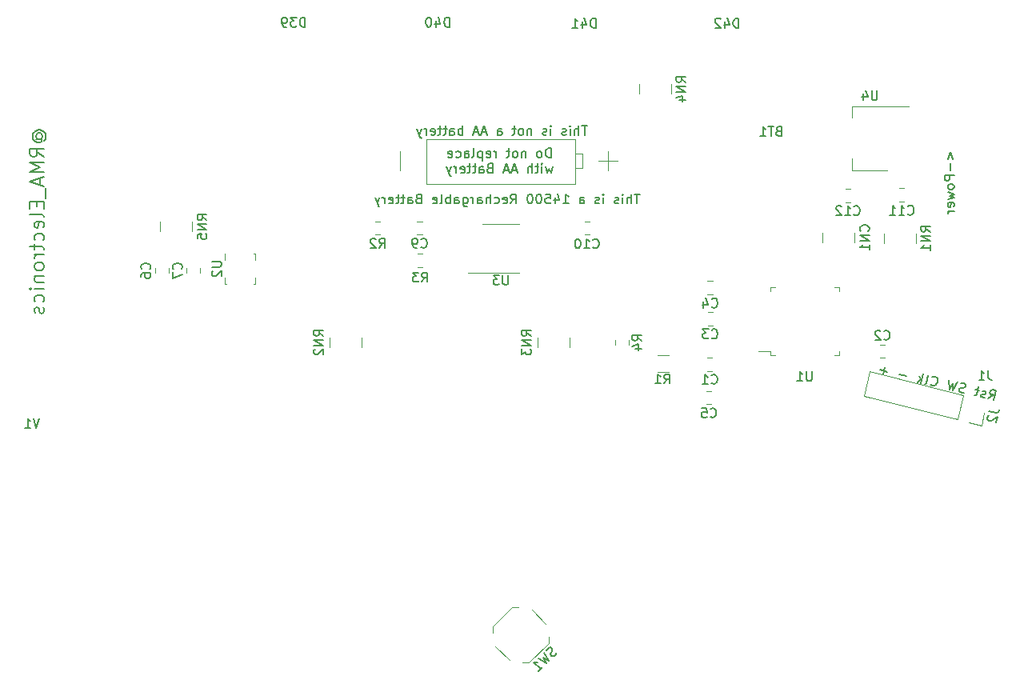
<source format=gbr>
G04 #@! TF.GenerationSoftware,KiCad,Pcbnew,5.1.5*
G04 #@! TF.CreationDate,2020-03-18T22:41:31-05:00*
G04 #@! TF.ProjectId,BlueTeamCon,426c7565-5465-4616-9d43-6f6e2e6b6963,rev?*
G04 #@! TF.SameCoordinates,Original*
G04 #@! TF.FileFunction,Legend,Bot*
G04 #@! TF.FilePolarity,Positive*
%FSLAX46Y46*%
G04 Gerber Fmt 4.6, Leading zero omitted, Abs format (unit mm)*
G04 Created by KiCad (PCBNEW 5.1.5) date 2020-03-18 22:41:31*
%MOMM*%
%LPD*%
G04 APERTURE LIST*
%ADD10C,0.150000*%
%ADD11C,0.200000*%
%ADD12C,0.120000*%
G04 APERTURE END LIST*
D10*
X155923809Y-87902380D02*
X155352380Y-87902380D01*
X155638095Y-88902380D02*
X155638095Y-87902380D01*
X155019047Y-88902380D02*
X155019047Y-87902380D01*
X154590476Y-88902380D02*
X154590476Y-88378571D01*
X154638095Y-88283333D01*
X154733333Y-88235714D01*
X154876190Y-88235714D01*
X154971428Y-88283333D01*
X155019047Y-88330952D01*
X154114285Y-88902380D02*
X154114285Y-88235714D01*
X154114285Y-87902380D02*
X154161904Y-87950000D01*
X154114285Y-87997619D01*
X154066666Y-87950000D01*
X154114285Y-87902380D01*
X154114285Y-87997619D01*
X153685714Y-88854761D02*
X153590476Y-88902380D01*
X153400000Y-88902380D01*
X153304761Y-88854761D01*
X153257142Y-88759523D01*
X153257142Y-88711904D01*
X153304761Y-88616666D01*
X153400000Y-88569047D01*
X153542857Y-88569047D01*
X153638095Y-88521428D01*
X153685714Y-88426190D01*
X153685714Y-88378571D01*
X153638095Y-88283333D01*
X153542857Y-88235714D01*
X153400000Y-88235714D01*
X153304761Y-88283333D01*
X152066666Y-88902380D02*
X152066666Y-88235714D01*
X152066666Y-87902380D02*
X152114285Y-87950000D01*
X152066666Y-87997619D01*
X152019047Y-87950000D01*
X152066666Y-87902380D01*
X152066666Y-87997619D01*
X151638095Y-88854761D02*
X151542857Y-88902380D01*
X151352380Y-88902380D01*
X151257142Y-88854761D01*
X151209523Y-88759523D01*
X151209523Y-88711904D01*
X151257142Y-88616666D01*
X151352380Y-88569047D01*
X151495238Y-88569047D01*
X151590476Y-88521428D01*
X151638095Y-88426190D01*
X151638095Y-88378571D01*
X151590476Y-88283333D01*
X151495238Y-88235714D01*
X151352380Y-88235714D01*
X151257142Y-88283333D01*
X149590476Y-88902380D02*
X149590476Y-88378571D01*
X149638095Y-88283333D01*
X149733333Y-88235714D01*
X149923809Y-88235714D01*
X150019047Y-88283333D01*
X149590476Y-88854761D02*
X149685714Y-88902380D01*
X149923809Y-88902380D01*
X150019047Y-88854761D01*
X150066666Y-88759523D01*
X150066666Y-88664285D01*
X150019047Y-88569047D01*
X149923809Y-88521428D01*
X149685714Y-88521428D01*
X149590476Y-88473809D01*
X147828571Y-88902380D02*
X148400000Y-88902380D01*
X148114285Y-88902380D02*
X148114285Y-87902380D01*
X148209523Y-88045238D01*
X148304761Y-88140476D01*
X148400000Y-88188095D01*
X146971428Y-88235714D02*
X146971428Y-88902380D01*
X147209523Y-87854761D02*
X147447619Y-88569047D01*
X146828571Y-88569047D01*
X145971428Y-87902380D02*
X146447619Y-87902380D01*
X146495238Y-88378571D01*
X146447619Y-88330952D01*
X146352380Y-88283333D01*
X146114285Y-88283333D01*
X146019047Y-88330952D01*
X145971428Y-88378571D01*
X145923809Y-88473809D01*
X145923809Y-88711904D01*
X145971428Y-88807142D01*
X146019047Y-88854761D01*
X146114285Y-88902380D01*
X146352380Y-88902380D01*
X146447619Y-88854761D01*
X146495238Y-88807142D01*
X145304761Y-87902380D02*
X145209523Y-87902380D01*
X145114285Y-87950000D01*
X145066666Y-87997619D01*
X145019047Y-88092857D01*
X144971428Y-88283333D01*
X144971428Y-88521428D01*
X145019047Y-88711904D01*
X145066666Y-88807142D01*
X145114285Y-88854761D01*
X145209523Y-88902380D01*
X145304761Y-88902380D01*
X145400000Y-88854761D01*
X145447619Y-88807142D01*
X145495238Y-88711904D01*
X145542857Y-88521428D01*
X145542857Y-88283333D01*
X145495238Y-88092857D01*
X145447619Y-87997619D01*
X145400000Y-87950000D01*
X145304761Y-87902380D01*
X144352380Y-87902380D02*
X144257142Y-87902380D01*
X144161904Y-87950000D01*
X144114285Y-87997619D01*
X144066666Y-88092857D01*
X144019047Y-88283333D01*
X144019047Y-88521428D01*
X144066666Y-88711904D01*
X144114285Y-88807142D01*
X144161904Y-88854761D01*
X144257142Y-88902380D01*
X144352380Y-88902380D01*
X144447619Y-88854761D01*
X144495238Y-88807142D01*
X144542857Y-88711904D01*
X144590476Y-88521428D01*
X144590476Y-88283333D01*
X144542857Y-88092857D01*
X144495238Y-87997619D01*
X144447619Y-87950000D01*
X144352380Y-87902380D01*
X142257142Y-88902380D02*
X142590476Y-88426190D01*
X142828571Y-88902380D02*
X142828571Y-87902380D01*
X142447619Y-87902380D01*
X142352380Y-87950000D01*
X142304761Y-87997619D01*
X142257142Y-88092857D01*
X142257142Y-88235714D01*
X142304761Y-88330952D01*
X142352380Y-88378571D01*
X142447619Y-88426190D01*
X142828571Y-88426190D01*
X141447619Y-88854761D02*
X141542857Y-88902380D01*
X141733333Y-88902380D01*
X141828571Y-88854761D01*
X141876190Y-88759523D01*
X141876190Y-88378571D01*
X141828571Y-88283333D01*
X141733333Y-88235714D01*
X141542857Y-88235714D01*
X141447619Y-88283333D01*
X141400000Y-88378571D01*
X141400000Y-88473809D01*
X141876190Y-88569047D01*
X140542857Y-88854761D02*
X140638095Y-88902380D01*
X140828571Y-88902380D01*
X140923809Y-88854761D01*
X140971428Y-88807142D01*
X141019047Y-88711904D01*
X141019047Y-88426190D01*
X140971428Y-88330952D01*
X140923809Y-88283333D01*
X140828571Y-88235714D01*
X140638095Y-88235714D01*
X140542857Y-88283333D01*
X140114285Y-88902380D02*
X140114285Y-87902380D01*
X139685714Y-88902380D02*
X139685714Y-88378571D01*
X139733333Y-88283333D01*
X139828571Y-88235714D01*
X139971428Y-88235714D01*
X140066666Y-88283333D01*
X140114285Y-88330952D01*
X138780952Y-88902380D02*
X138780952Y-88378571D01*
X138828571Y-88283333D01*
X138923809Y-88235714D01*
X139114285Y-88235714D01*
X139209523Y-88283333D01*
X138780952Y-88854761D02*
X138876190Y-88902380D01*
X139114285Y-88902380D01*
X139209523Y-88854761D01*
X139257142Y-88759523D01*
X139257142Y-88664285D01*
X139209523Y-88569047D01*
X139114285Y-88521428D01*
X138876190Y-88521428D01*
X138780952Y-88473809D01*
X138304761Y-88902380D02*
X138304761Y-88235714D01*
X138304761Y-88426190D02*
X138257142Y-88330952D01*
X138209523Y-88283333D01*
X138114285Y-88235714D01*
X138019047Y-88235714D01*
X137257142Y-88235714D02*
X137257142Y-89045238D01*
X137304761Y-89140476D01*
X137352380Y-89188095D01*
X137447619Y-89235714D01*
X137590476Y-89235714D01*
X137685714Y-89188095D01*
X137257142Y-88854761D02*
X137352380Y-88902380D01*
X137542857Y-88902380D01*
X137638095Y-88854761D01*
X137685714Y-88807142D01*
X137733333Y-88711904D01*
X137733333Y-88426190D01*
X137685714Y-88330952D01*
X137638095Y-88283333D01*
X137542857Y-88235714D01*
X137352380Y-88235714D01*
X137257142Y-88283333D01*
X136352380Y-88902380D02*
X136352380Y-88378571D01*
X136400000Y-88283333D01*
X136495238Y-88235714D01*
X136685714Y-88235714D01*
X136780952Y-88283333D01*
X136352380Y-88854761D02*
X136447619Y-88902380D01*
X136685714Y-88902380D01*
X136780952Y-88854761D01*
X136828571Y-88759523D01*
X136828571Y-88664285D01*
X136780952Y-88569047D01*
X136685714Y-88521428D01*
X136447619Y-88521428D01*
X136352380Y-88473809D01*
X135876190Y-88902380D02*
X135876190Y-87902380D01*
X135876190Y-88283333D02*
X135780952Y-88235714D01*
X135590476Y-88235714D01*
X135495238Y-88283333D01*
X135447619Y-88330952D01*
X135400000Y-88426190D01*
X135400000Y-88711904D01*
X135447619Y-88807142D01*
X135495238Y-88854761D01*
X135590476Y-88902380D01*
X135780952Y-88902380D01*
X135876190Y-88854761D01*
X134828571Y-88902380D02*
X134923809Y-88854761D01*
X134971428Y-88759523D01*
X134971428Y-87902380D01*
X134066666Y-88854761D02*
X134161904Y-88902380D01*
X134352380Y-88902380D01*
X134447619Y-88854761D01*
X134495238Y-88759523D01*
X134495238Y-88378571D01*
X134447619Y-88283333D01*
X134352380Y-88235714D01*
X134161904Y-88235714D01*
X134066666Y-88283333D01*
X134019047Y-88378571D01*
X134019047Y-88473809D01*
X134495238Y-88569047D01*
X132495238Y-88378571D02*
X132352380Y-88426190D01*
X132304761Y-88473809D01*
X132257142Y-88569047D01*
X132257142Y-88711904D01*
X132304761Y-88807142D01*
X132352380Y-88854761D01*
X132447619Y-88902380D01*
X132828571Y-88902380D01*
X132828571Y-87902380D01*
X132495238Y-87902380D01*
X132400000Y-87950000D01*
X132352380Y-87997619D01*
X132304761Y-88092857D01*
X132304761Y-88188095D01*
X132352380Y-88283333D01*
X132400000Y-88330952D01*
X132495238Y-88378571D01*
X132828571Y-88378571D01*
X131400000Y-88902380D02*
X131400000Y-88378571D01*
X131447619Y-88283333D01*
X131542857Y-88235714D01*
X131733333Y-88235714D01*
X131828571Y-88283333D01*
X131400000Y-88854761D02*
X131495238Y-88902380D01*
X131733333Y-88902380D01*
X131828571Y-88854761D01*
X131876190Y-88759523D01*
X131876190Y-88664285D01*
X131828571Y-88569047D01*
X131733333Y-88521428D01*
X131495238Y-88521428D01*
X131400000Y-88473809D01*
X131066666Y-88235714D02*
X130685714Y-88235714D01*
X130923809Y-87902380D02*
X130923809Y-88759523D01*
X130876190Y-88854761D01*
X130780952Y-88902380D01*
X130685714Y-88902380D01*
X130495238Y-88235714D02*
X130114285Y-88235714D01*
X130352380Y-87902380D02*
X130352380Y-88759523D01*
X130304761Y-88854761D01*
X130209523Y-88902380D01*
X130114285Y-88902380D01*
X129400000Y-88854761D02*
X129495238Y-88902380D01*
X129685714Y-88902380D01*
X129780952Y-88854761D01*
X129828571Y-88759523D01*
X129828571Y-88378571D01*
X129780952Y-88283333D01*
X129685714Y-88235714D01*
X129495238Y-88235714D01*
X129400000Y-88283333D01*
X129352380Y-88378571D01*
X129352380Y-88473809D01*
X129828571Y-88569047D01*
X128923809Y-88902380D02*
X128923809Y-88235714D01*
X128923809Y-88426190D02*
X128876190Y-88330952D01*
X128828571Y-88283333D01*
X128733333Y-88235714D01*
X128638095Y-88235714D01*
X128400000Y-88235714D02*
X128161904Y-88902380D01*
X127923809Y-88235714D02*
X128161904Y-88902380D01*
X128257142Y-89140476D01*
X128304761Y-89188095D01*
X128400000Y-89235714D01*
X146528571Y-84027380D02*
X146528571Y-83027380D01*
X146290476Y-83027380D01*
X146147619Y-83075000D01*
X146052380Y-83170238D01*
X146004761Y-83265476D01*
X145957142Y-83455952D01*
X145957142Y-83598809D01*
X146004761Y-83789285D01*
X146052380Y-83884523D01*
X146147619Y-83979761D01*
X146290476Y-84027380D01*
X146528571Y-84027380D01*
X145385714Y-84027380D02*
X145480952Y-83979761D01*
X145528571Y-83932142D01*
X145576190Y-83836904D01*
X145576190Y-83551190D01*
X145528571Y-83455952D01*
X145480952Y-83408333D01*
X145385714Y-83360714D01*
X145242857Y-83360714D01*
X145147619Y-83408333D01*
X145100000Y-83455952D01*
X145052380Y-83551190D01*
X145052380Y-83836904D01*
X145100000Y-83932142D01*
X145147619Y-83979761D01*
X145242857Y-84027380D01*
X145385714Y-84027380D01*
X143861904Y-83360714D02*
X143861904Y-84027380D01*
X143861904Y-83455952D02*
X143814285Y-83408333D01*
X143719047Y-83360714D01*
X143576190Y-83360714D01*
X143480952Y-83408333D01*
X143433333Y-83503571D01*
X143433333Y-84027380D01*
X142814285Y-84027380D02*
X142909523Y-83979761D01*
X142957142Y-83932142D01*
X143004761Y-83836904D01*
X143004761Y-83551190D01*
X142957142Y-83455952D01*
X142909523Y-83408333D01*
X142814285Y-83360714D01*
X142671428Y-83360714D01*
X142576190Y-83408333D01*
X142528571Y-83455952D01*
X142480952Y-83551190D01*
X142480952Y-83836904D01*
X142528571Y-83932142D01*
X142576190Y-83979761D01*
X142671428Y-84027380D01*
X142814285Y-84027380D01*
X142195238Y-83360714D02*
X141814285Y-83360714D01*
X142052380Y-83027380D02*
X142052380Y-83884523D01*
X142004761Y-83979761D01*
X141909523Y-84027380D01*
X141814285Y-84027380D01*
X140719047Y-84027380D02*
X140719047Y-83360714D01*
X140719047Y-83551190D02*
X140671428Y-83455952D01*
X140623809Y-83408333D01*
X140528571Y-83360714D01*
X140433333Y-83360714D01*
X139719047Y-83979761D02*
X139814285Y-84027380D01*
X140004761Y-84027380D01*
X140100000Y-83979761D01*
X140147619Y-83884523D01*
X140147619Y-83503571D01*
X140100000Y-83408333D01*
X140004761Y-83360714D01*
X139814285Y-83360714D01*
X139719047Y-83408333D01*
X139671428Y-83503571D01*
X139671428Y-83598809D01*
X140147619Y-83694047D01*
X139242857Y-83360714D02*
X139242857Y-84360714D01*
X139242857Y-83408333D02*
X139147619Y-83360714D01*
X138957142Y-83360714D01*
X138861904Y-83408333D01*
X138814285Y-83455952D01*
X138766666Y-83551190D01*
X138766666Y-83836904D01*
X138814285Y-83932142D01*
X138861904Y-83979761D01*
X138957142Y-84027380D01*
X139147619Y-84027380D01*
X139242857Y-83979761D01*
X138195238Y-84027380D02*
X138290476Y-83979761D01*
X138338095Y-83884523D01*
X138338095Y-83027380D01*
X137385714Y-84027380D02*
X137385714Y-83503571D01*
X137433333Y-83408333D01*
X137528571Y-83360714D01*
X137719047Y-83360714D01*
X137814285Y-83408333D01*
X137385714Y-83979761D02*
X137480952Y-84027380D01*
X137719047Y-84027380D01*
X137814285Y-83979761D01*
X137861904Y-83884523D01*
X137861904Y-83789285D01*
X137814285Y-83694047D01*
X137719047Y-83646428D01*
X137480952Y-83646428D01*
X137385714Y-83598809D01*
X136480952Y-83979761D02*
X136576190Y-84027380D01*
X136766666Y-84027380D01*
X136861904Y-83979761D01*
X136909523Y-83932142D01*
X136957142Y-83836904D01*
X136957142Y-83551190D01*
X136909523Y-83455952D01*
X136861904Y-83408333D01*
X136766666Y-83360714D01*
X136576190Y-83360714D01*
X136480952Y-83408333D01*
X135671428Y-83979761D02*
X135766666Y-84027380D01*
X135957142Y-84027380D01*
X136052380Y-83979761D01*
X136100000Y-83884523D01*
X136100000Y-83503571D01*
X136052380Y-83408333D01*
X135957142Y-83360714D01*
X135766666Y-83360714D01*
X135671428Y-83408333D01*
X135623809Y-83503571D01*
X135623809Y-83598809D01*
X136100000Y-83694047D01*
X146719047Y-85010714D02*
X146528571Y-85677380D01*
X146338095Y-85201190D01*
X146147619Y-85677380D01*
X145957142Y-85010714D01*
X145576190Y-85677380D02*
X145576190Y-85010714D01*
X145576190Y-84677380D02*
X145623809Y-84725000D01*
X145576190Y-84772619D01*
X145528571Y-84725000D01*
X145576190Y-84677380D01*
X145576190Y-84772619D01*
X145242857Y-85010714D02*
X144861904Y-85010714D01*
X145100000Y-84677380D02*
X145100000Y-85534523D01*
X145052380Y-85629761D01*
X144957142Y-85677380D01*
X144861904Y-85677380D01*
X144528571Y-85677380D02*
X144528571Y-84677380D01*
X144100000Y-85677380D02*
X144100000Y-85153571D01*
X144147619Y-85058333D01*
X144242857Y-85010714D01*
X144385714Y-85010714D01*
X144480952Y-85058333D01*
X144528571Y-85105952D01*
X142909523Y-85391666D02*
X142433333Y-85391666D01*
X143004761Y-85677380D02*
X142671428Y-84677380D01*
X142338095Y-85677380D01*
X142052380Y-85391666D02*
X141576190Y-85391666D01*
X142147619Y-85677380D02*
X141814285Y-84677380D01*
X141480952Y-85677380D01*
X140052380Y-85153571D02*
X139909523Y-85201190D01*
X139861904Y-85248809D01*
X139814285Y-85344047D01*
X139814285Y-85486904D01*
X139861904Y-85582142D01*
X139909523Y-85629761D01*
X140004761Y-85677380D01*
X140385714Y-85677380D01*
X140385714Y-84677380D01*
X140052380Y-84677380D01*
X139957142Y-84725000D01*
X139909523Y-84772619D01*
X139861904Y-84867857D01*
X139861904Y-84963095D01*
X139909523Y-85058333D01*
X139957142Y-85105952D01*
X140052380Y-85153571D01*
X140385714Y-85153571D01*
X138957142Y-85677380D02*
X138957142Y-85153571D01*
X139004761Y-85058333D01*
X139100000Y-85010714D01*
X139290476Y-85010714D01*
X139385714Y-85058333D01*
X138957142Y-85629761D02*
X139052380Y-85677380D01*
X139290476Y-85677380D01*
X139385714Y-85629761D01*
X139433333Y-85534523D01*
X139433333Y-85439285D01*
X139385714Y-85344047D01*
X139290476Y-85296428D01*
X139052380Y-85296428D01*
X138957142Y-85248809D01*
X138623809Y-85010714D02*
X138242857Y-85010714D01*
X138480952Y-84677380D02*
X138480952Y-85534523D01*
X138433333Y-85629761D01*
X138338095Y-85677380D01*
X138242857Y-85677380D01*
X138052380Y-85010714D02*
X137671428Y-85010714D01*
X137909523Y-84677380D02*
X137909523Y-85534523D01*
X137861904Y-85629761D01*
X137766666Y-85677380D01*
X137671428Y-85677380D01*
X136957142Y-85629761D02*
X137052380Y-85677380D01*
X137242857Y-85677380D01*
X137338095Y-85629761D01*
X137385714Y-85534523D01*
X137385714Y-85153571D01*
X137338095Y-85058333D01*
X137242857Y-85010714D01*
X137052380Y-85010714D01*
X136957142Y-85058333D01*
X136909523Y-85153571D01*
X136909523Y-85248809D01*
X137385714Y-85344047D01*
X136480952Y-85677380D02*
X136480952Y-85010714D01*
X136480952Y-85201190D02*
X136433333Y-85105952D01*
X136385714Y-85058333D01*
X136290476Y-85010714D01*
X136195238Y-85010714D01*
X135957142Y-85010714D02*
X135719047Y-85677380D01*
X135480952Y-85010714D02*
X135719047Y-85677380D01*
X135814285Y-85915476D01*
X135861904Y-85963095D01*
X135957142Y-86010714D01*
X150373809Y-80652380D02*
X149802380Y-80652380D01*
X150088095Y-81652380D02*
X150088095Y-80652380D01*
X149469047Y-81652380D02*
X149469047Y-80652380D01*
X149040476Y-81652380D02*
X149040476Y-81128571D01*
X149088095Y-81033333D01*
X149183333Y-80985714D01*
X149326190Y-80985714D01*
X149421428Y-81033333D01*
X149469047Y-81080952D01*
X148564285Y-81652380D02*
X148564285Y-80985714D01*
X148564285Y-80652380D02*
X148611904Y-80700000D01*
X148564285Y-80747619D01*
X148516666Y-80700000D01*
X148564285Y-80652380D01*
X148564285Y-80747619D01*
X148135714Y-81604761D02*
X148040476Y-81652380D01*
X147850000Y-81652380D01*
X147754761Y-81604761D01*
X147707142Y-81509523D01*
X147707142Y-81461904D01*
X147754761Y-81366666D01*
X147850000Y-81319047D01*
X147992857Y-81319047D01*
X148088095Y-81271428D01*
X148135714Y-81176190D01*
X148135714Y-81128571D01*
X148088095Y-81033333D01*
X147992857Y-80985714D01*
X147850000Y-80985714D01*
X147754761Y-81033333D01*
X146516666Y-81652380D02*
X146516666Y-80985714D01*
X146516666Y-80652380D02*
X146564285Y-80700000D01*
X146516666Y-80747619D01*
X146469047Y-80700000D01*
X146516666Y-80652380D01*
X146516666Y-80747619D01*
X146088095Y-81604761D02*
X145992857Y-81652380D01*
X145802380Y-81652380D01*
X145707142Y-81604761D01*
X145659523Y-81509523D01*
X145659523Y-81461904D01*
X145707142Y-81366666D01*
X145802380Y-81319047D01*
X145945238Y-81319047D01*
X146040476Y-81271428D01*
X146088095Y-81176190D01*
X146088095Y-81128571D01*
X146040476Y-81033333D01*
X145945238Y-80985714D01*
X145802380Y-80985714D01*
X145707142Y-81033333D01*
X144469047Y-80985714D02*
X144469047Y-81652380D01*
X144469047Y-81080952D02*
X144421428Y-81033333D01*
X144326190Y-80985714D01*
X144183333Y-80985714D01*
X144088095Y-81033333D01*
X144040476Y-81128571D01*
X144040476Y-81652380D01*
X143421428Y-81652380D02*
X143516666Y-81604761D01*
X143564285Y-81557142D01*
X143611904Y-81461904D01*
X143611904Y-81176190D01*
X143564285Y-81080952D01*
X143516666Y-81033333D01*
X143421428Y-80985714D01*
X143278571Y-80985714D01*
X143183333Y-81033333D01*
X143135714Y-81080952D01*
X143088095Y-81176190D01*
X143088095Y-81461904D01*
X143135714Y-81557142D01*
X143183333Y-81604761D01*
X143278571Y-81652380D01*
X143421428Y-81652380D01*
X142802380Y-80985714D02*
X142421428Y-80985714D01*
X142659523Y-80652380D02*
X142659523Y-81509523D01*
X142611904Y-81604761D01*
X142516666Y-81652380D01*
X142421428Y-81652380D01*
X140897619Y-81652380D02*
X140897619Y-81128571D01*
X140945238Y-81033333D01*
X141040476Y-80985714D01*
X141230952Y-80985714D01*
X141326190Y-81033333D01*
X140897619Y-81604761D02*
X140992857Y-81652380D01*
X141230952Y-81652380D01*
X141326190Y-81604761D01*
X141373809Y-81509523D01*
X141373809Y-81414285D01*
X141326190Y-81319047D01*
X141230952Y-81271428D01*
X140992857Y-81271428D01*
X140897619Y-81223809D01*
X139707142Y-81366666D02*
X139230952Y-81366666D01*
X139802380Y-81652380D02*
X139469047Y-80652380D01*
X139135714Y-81652380D01*
X138850000Y-81366666D02*
X138373809Y-81366666D01*
X138945238Y-81652380D02*
X138611904Y-80652380D01*
X138278571Y-81652380D01*
X137183333Y-81652380D02*
X137183333Y-80652380D01*
X137183333Y-81033333D02*
X137088095Y-80985714D01*
X136897619Y-80985714D01*
X136802380Y-81033333D01*
X136754761Y-81080952D01*
X136707142Y-81176190D01*
X136707142Y-81461904D01*
X136754761Y-81557142D01*
X136802380Y-81604761D01*
X136897619Y-81652380D01*
X137088095Y-81652380D01*
X137183333Y-81604761D01*
X135850000Y-81652380D02*
X135850000Y-81128571D01*
X135897619Y-81033333D01*
X135992857Y-80985714D01*
X136183333Y-80985714D01*
X136278571Y-81033333D01*
X135850000Y-81604761D02*
X135945238Y-81652380D01*
X136183333Y-81652380D01*
X136278571Y-81604761D01*
X136326190Y-81509523D01*
X136326190Y-81414285D01*
X136278571Y-81319047D01*
X136183333Y-81271428D01*
X135945238Y-81271428D01*
X135850000Y-81223809D01*
X135516666Y-80985714D02*
X135135714Y-80985714D01*
X135373809Y-80652380D02*
X135373809Y-81509523D01*
X135326190Y-81604761D01*
X135230952Y-81652380D01*
X135135714Y-81652380D01*
X134945238Y-80985714D02*
X134564285Y-80985714D01*
X134802380Y-80652380D02*
X134802380Y-81509523D01*
X134754761Y-81604761D01*
X134659523Y-81652380D01*
X134564285Y-81652380D01*
X133850000Y-81604761D02*
X133945238Y-81652380D01*
X134135714Y-81652380D01*
X134230952Y-81604761D01*
X134278571Y-81509523D01*
X134278571Y-81128571D01*
X134230952Y-81033333D01*
X134135714Y-80985714D01*
X133945238Y-80985714D01*
X133850000Y-81033333D01*
X133802380Y-81128571D01*
X133802380Y-81223809D01*
X134278571Y-81319047D01*
X133373809Y-81652380D02*
X133373809Y-80985714D01*
X133373809Y-81176190D02*
X133326190Y-81080952D01*
X133278571Y-81033333D01*
X133183333Y-80985714D01*
X133088095Y-80985714D01*
X132850000Y-80985714D02*
X132611904Y-81652380D01*
X132373809Y-80985714D02*
X132611904Y-81652380D01*
X132707142Y-81890476D01*
X132754761Y-81938095D01*
X132850000Y-81985714D01*
X92409523Y-111652380D02*
X92076190Y-112652380D01*
X91742857Y-111652380D01*
X90885714Y-112652380D02*
X91457142Y-112652380D01*
X91171428Y-112652380D02*
X91171428Y-111652380D01*
X91266666Y-111795238D01*
X91361904Y-111890476D01*
X91457142Y-111938095D01*
D11*
X92164285Y-82085714D02*
X92092857Y-82014285D01*
X92021428Y-81871428D01*
X92021428Y-81728571D01*
X92092857Y-81585714D01*
X92164285Y-81514285D01*
X92307142Y-81442857D01*
X92450000Y-81442857D01*
X92592857Y-81514285D01*
X92664285Y-81585714D01*
X92735714Y-81728571D01*
X92735714Y-81871428D01*
X92664285Y-82014285D01*
X92592857Y-82085714D01*
X92021428Y-82085714D02*
X92592857Y-82085714D01*
X92664285Y-82157142D01*
X92664285Y-82228571D01*
X92592857Y-82371428D01*
X92450000Y-82442857D01*
X92092857Y-82442857D01*
X91878571Y-82300000D01*
X91735714Y-82085714D01*
X91664285Y-81800000D01*
X91735714Y-81514285D01*
X91878571Y-81300000D01*
X92092857Y-81157142D01*
X92378571Y-81085714D01*
X92664285Y-81157142D01*
X92878571Y-81300000D01*
X93021428Y-81514285D01*
X93092857Y-81800000D01*
X93021428Y-82085714D01*
X92878571Y-82300000D01*
X92878571Y-83942857D02*
X92164285Y-83442857D01*
X92878571Y-83085714D02*
X91378571Y-83085714D01*
X91378571Y-83657142D01*
X91450000Y-83800000D01*
X91521428Y-83871428D01*
X91664285Y-83942857D01*
X91878571Y-83942857D01*
X92021428Y-83871428D01*
X92092857Y-83800000D01*
X92164285Y-83657142D01*
X92164285Y-83085714D01*
X92878571Y-84585714D02*
X91378571Y-84585714D01*
X92450000Y-85085714D01*
X91378571Y-85585714D01*
X92878571Y-85585714D01*
X92450000Y-86228571D02*
X92450000Y-86942857D01*
X92878571Y-86085714D02*
X91378571Y-86585714D01*
X92878571Y-87085714D01*
X93021428Y-87228571D02*
X93021428Y-88371428D01*
X92092857Y-88728571D02*
X92092857Y-89228571D01*
X92878571Y-89442857D02*
X92878571Y-88728571D01*
X91378571Y-88728571D01*
X91378571Y-89442857D01*
X92878571Y-90300000D02*
X92807142Y-90157142D01*
X92664285Y-90085714D01*
X91378571Y-90085714D01*
X92807142Y-91442857D02*
X92878571Y-91300000D01*
X92878571Y-91014285D01*
X92807142Y-90871428D01*
X92664285Y-90800000D01*
X92092857Y-90800000D01*
X91950000Y-90871428D01*
X91878571Y-91014285D01*
X91878571Y-91300000D01*
X91950000Y-91442857D01*
X92092857Y-91514285D01*
X92235714Y-91514285D01*
X92378571Y-90800000D01*
X92807142Y-92800000D02*
X92878571Y-92657142D01*
X92878571Y-92371428D01*
X92807142Y-92228571D01*
X92735714Y-92157142D01*
X92592857Y-92085714D01*
X92164285Y-92085714D01*
X92021428Y-92157142D01*
X91950000Y-92228571D01*
X91878571Y-92371428D01*
X91878571Y-92657142D01*
X91950000Y-92800000D01*
X91878571Y-93228571D02*
X91878571Y-93800000D01*
X91378571Y-93442857D02*
X92664285Y-93442857D01*
X92807142Y-93514285D01*
X92878571Y-93657142D01*
X92878571Y-93800000D01*
X92878571Y-94300000D02*
X91878571Y-94300000D01*
X92164285Y-94300000D02*
X92021428Y-94371428D01*
X91950000Y-94442857D01*
X91878571Y-94585714D01*
X91878571Y-94728571D01*
X92878571Y-95442857D02*
X92807142Y-95300000D01*
X92735714Y-95228571D01*
X92592857Y-95157142D01*
X92164285Y-95157142D01*
X92021428Y-95228571D01*
X91950000Y-95300000D01*
X91878571Y-95442857D01*
X91878571Y-95657142D01*
X91950000Y-95800000D01*
X92021428Y-95871428D01*
X92164285Y-95942857D01*
X92592857Y-95942857D01*
X92735714Y-95871428D01*
X92807142Y-95800000D01*
X92878571Y-95657142D01*
X92878571Y-95442857D01*
X91878571Y-96585714D02*
X92878571Y-96585714D01*
X92021428Y-96585714D02*
X91950000Y-96657142D01*
X91878571Y-96800000D01*
X91878571Y-97014285D01*
X91950000Y-97157142D01*
X92092857Y-97228571D01*
X92878571Y-97228571D01*
X92878571Y-97942857D02*
X91878571Y-97942857D01*
X91378571Y-97942857D02*
X91450000Y-97871428D01*
X91521428Y-97942857D01*
X91450000Y-98014285D01*
X91378571Y-97942857D01*
X91521428Y-97942857D01*
X92807142Y-99300000D02*
X92878571Y-99157142D01*
X92878571Y-98871428D01*
X92807142Y-98728571D01*
X92735714Y-98657142D01*
X92592857Y-98585714D01*
X92164285Y-98585714D01*
X92021428Y-98657142D01*
X91950000Y-98728571D01*
X91878571Y-98871428D01*
X91878571Y-99157142D01*
X91950000Y-99300000D01*
X92807142Y-99871428D02*
X92878571Y-100014285D01*
X92878571Y-100300000D01*
X92807142Y-100442857D01*
X92664285Y-100514285D01*
X92592857Y-100514285D01*
X92450000Y-100442857D01*
X92378571Y-100300000D01*
X92378571Y-100085714D01*
X92307142Y-99942857D01*
X92164285Y-99871428D01*
X92092857Y-99871428D01*
X91950000Y-99942857D01*
X91878571Y-100085714D01*
X91878571Y-100300000D01*
X91950000Y-100442857D01*
X192829068Y-109556136D02*
X193277217Y-109170883D01*
X193413690Y-109691106D02*
X193638641Y-108716736D01*
X193248893Y-108626756D01*
X193140744Y-108650659D01*
X193081313Y-108685810D01*
X193011171Y-108767360D01*
X192979035Y-108906556D01*
X193006330Y-109010600D01*
X193044336Y-109068246D01*
X193131061Y-109137140D01*
X193520809Y-109227121D01*
X192450031Y-109419757D02*
X192341883Y-109443660D01*
X192147008Y-109398670D01*
X192060283Y-109329776D01*
X192032989Y-109225732D01*
X192043701Y-109179333D01*
X192113843Y-109097783D01*
X192221992Y-109073880D01*
X192368148Y-109107623D01*
X192476297Y-109083719D01*
X192546439Y-109002169D01*
X192557151Y-108955771D01*
X192529856Y-108851726D01*
X192443131Y-108782833D01*
X192296976Y-108749090D01*
X192188827Y-108772993D01*
X191858509Y-108647862D02*
X191468761Y-108557881D01*
X191787338Y-108289329D02*
X191594522Y-109124504D01*
X191524380Y-109206053D01*
X191416231Y-109229957D01*
X191318794Y-109207462D01*
X190257699Y-108913617D02*
X190100831Y-108926273D01*
X189857239Y-108870035D01*
X189770514Y-108801141D01*
X189732507Y-108743495D01*
X189705213Y-108639450D01*
X189726637Y-108546653D01*
X189796779Y-108465104D01*
X189856209Y-108429953D01*
X189964358Y-108406049D01*
X190169944Y-108404641D01*
X190278093Y-108380737D01*
X190337524Y-108345586D01*
X190407666Y-108264037D01*
X190429090Y-108171240D01*
X190401796Y-108067195D01*
X190363789Y-108009549D01*
X190277064Y-107940655D01*
X190033471Y-107884417D01*
X189876604Y-107897073D01*
X189546286Y-107771942D02*
X189077743Y-108690074D01*
X189043548Y-107949105D01*
X188687995Y-108600094D01*
X188669353Y-107569486D01*
X186711960Y-108046147D02*
X186749967Y-108103793D01*
X186885410Y-108183934D01*
X186982847Y-108206429D01*
X187139715Y-108193773D01*
X187258576Y-108123471D01*
X187328718Y-108041922D01*
X187420284Y-107867575D01*
X187452420Y-107728379D01*
X187446549Y-107531537D01*
X187419255Y-107427493D01*
X187343242Y-107312200D01*
X187207798Y-107232059D01*
X187110361Y-107209564D01*
X186953494Y-107222220D01*
X186894063Y-107257371D01*
X186105914Y-108003973D02*
X186214063Y-107980070D01*
X186284205Y-107898520D01*
X186477021Y-107063346D01*
X185716166Y-107913993D02*
X185941117Y-106939623D01*
X185704425Y-107520309D02*
X185326418Y-107824013D01*
X185476385Y-107174432D02*
X185780438Y-107635601D01*
X184194151Y-107171635D02*
X183414655Y-106991674D01*
X182147974Y-106699238D02*
X181368478Y-106519277D01*
X181672530Y-106980446D02*
X181843922Y-106238069D01*
D12*
X149075000Y-82125000D02*
X133325000Y-82125000D01*
X133325000Y-82125000D02*
X133325000Y-86875000D01*
X133325000Y-86875000D02*
X149075000Y-86875000D01*
X149075000Y-86875000D02*
X149075000Y-82125000D01*
X149075000Y-82125000D02*
X149075000Y-83625000D01*
X149075000Y-83625000D02*
X149825000Y-83625000D01*
X149825000Y-83625000D02*
X149825000Y-85125000D01*
X149825000Y-85125000D02*
X149075000Y-85125000D01*
X152575000Y-83375000D02*
X152575000Y-85375000D01*
X153575000Y-84375000D02*
X151575000Y-84375000D01*
X130575000Y-83375000D02*
X130575000Y-85375000D01*
X163103922Y-106610000D02*
X163621078Y-106610000D01*
X163103922Y-105190000D02*
X163621078Y-105190000D01*
X181871079Y-105235000D02*
X181353923Y-105235000D01*
X181871079Y-103815000D02*
X181353923Y-103815000D01*
X163128922Y-100390000D02*
X163646078Y-100390000D01*
X163128922Y-101810000D02*
X163646078Y-101810000D01*
X163116422Y-98535000D02*
X163633578Y-98535000D01*
X163116422Y-97115000D02*
X163633578Y-97115000D01*
X163508578Y-108740000D02*
X162991422Y-108740000D01*
X163508578Y-110160000D02*
X162991422Y-110160000D01*
X106060000Y-95741422D02*
X106060000Y-96258578D01*
X104640000Y-95741422D02*
X104640000Y-96258578D01*
X107990000Y-95753922D02*
X107990000Y-96271078D01*
X109410000Y-95753922D02*
X109410000Y-96271078D01*
X132378922Y-90790000D02*
X132896078Y-90790000D01*
X132378922Y-92210000D02*
X132896078Y-92210000D01*
X150646078Y-90790000D02*
X150128922Y-90790000D01*
X150646078Y-92210000D02*
X150128922Y-92210000D01*
X183403922Y-88710000D02*
X183921078Y-88710000D01*
X183403922Y-87290000D02*
X183921078Y-87290000D01*
X177703922Y-87340000D02*
X178221078Y-87340000D01*
X177703922Y-88760000D02*
X178221078Y-88760000D01*
X175295000Y-92000000D02*
X175295000Y-93000000D01*
X178655000Y-92000000D02*
X178655000Y-93000000D01*
X179637751Y-109268737D02*
X180281263Y-106687750D01*
X189554173Y-111741179D02*
X179637751Y-109268737D01*
X190197686Y-109160192D02*
X180281263Y-106687750D01*
X189554173Y-111741179D02*
X190197686Y-109160192D01*
X190786449Y-112048419D02*
X192076942Y-112370175D01*
X192076942Y-112370175D02*
X192398698Y-111079682D01*
X157800000Y-106730000D02*
X159000000Y-106730000D01*
X159000000Y-104970000D02*
X157800000Y-104970000D01*
X127941422Y-92210000D02*
X128458578Y-92210000D01*
X127941422Y-90790000D02*
X128458578Y-90790000D01*
X132946078Y-95660000D02*
X132428922Y-95660000D01*
X132946078Y-94240000D02*
X132428922Y-94240000D01*
X185130000Y-92075000D02*
X185130000Y-93075000D01*
X181770000Y-92075000D02*
X181770000Y-93075000D01*
X126480000Y-104100000D02*
X126480000Y-103100000D01*
X123120000Y-104100000D02*
X123120000Y-103100000D01*
X148480000Y-104100000D02*
X148480000Y-103100000D01*
X145120000Y-104100000D02*
X145120000Y-103100000D01*
X159230000Y-76250000D02*
X159230000Y-77250000D01*
X155870000Y-76250000D02*
X155870000Y-77250000D01*
X140666100Y-135746822D02*
X142136882Y-137217604D01*
X146273456Y-135456909D02*
X146273456Y-134763944D01*
X144512760Y-131900162D02*
X145983542Y-133370944D01*
X144222847Y-137507518D02*
X143529882Y-137507518D01*
X144222847Y-137507518D02*
X146273456Y-135456909D01*
X140376186Y-133660857D02*
X140376186Y-134353822D01*
X140376186Y-133660857D02*
X142426795Y-131610248D01*
X142426795Y-131610248D02*
X143119760Y-131610248D01*
X176560000Y-97765000D02*
X177010000Y-97765000D01*
X177010000Y-97765000D02*
X177010000Y-98215000D01*
X170240000Y-97765000D02*
X169790000Y-97765000D01*
X169790000Y-97765000D02*
X169790000Y-98215000D01*
X176560000Y-104985000D02*
X177010000Y-104985000D01*
X177010000Y-104985000D02*
X177010000Y-104535000D01*
X170240000Y-104985000D02*
X169790000Y-104985000D01*
X169790000Y-104985000D02*
X169790000Y-104535000D01*
X169790000Y-104535000D02*
X168500000Y-104535000D01*
X112040000Y-96735000D02*
X112040000Y-97410000D01*
X112040000Y-97410000D02*
X112215000Y-97410000D01*
X115260000Y-94865000D02*
X115260000Y-94190000D01*
X115260000Y-94190000D02*
X115085000Y-94190000D01*
X115260000Y-96735000D02*
X115260000Y-97410000D01*
X115260000Y-97410000D02*
X115085000Y-97410000D01*
X112040000Y-94865000D02*
X112040000Y-94190000D01*
X137800000Y-96210000D02*
X143200000Y-96210000D01*
X139300000Y-91090000D02*
X143200000Y-91090000D01*
X178390000Y-85410000D02*
X178390000Y-84150000D01*
X178390000Y-78590000D02*
X178390000Y-79850000D01*
X182150000Y-85410000D02*
X178390000Y-85410000D01*
X184400000Y-78590000D02*
X178390000Y-78590000D01*
X154760000Y-103846078D02*
X154760000Y-103328922D01*
X153340000Y-103846078D02*
X153340000Y-103328922D01*
X105170000Y-90850000D02*
X105170000Y-91850000D01*
X108530000Y-90850000D02*
X108530000Y-91850000D01*
D10*
X170635714Y-81228571D02*
X170492857Y-81276190D01*
X170445238Y-81323809D01*
X170397619Y-81419047D01*
X170397619Y-81561904D01*
X170445238Y-81657142D01*
X170492857Y-81704761D01*
X170588095Y-81752380D01*
X170969047Y-81752380D01*
X170969047Y-80752380D01*
X170635714Y-80752380D01*
X170540476Y-80800000D01*
X170492857Y-80847619D01*
X170445238Y-80942857D01*
X170445238Y-81038095D01*
X170492857Y-81133333D01*
X170540476Y-81180952D01*
X170635714Y-81228571D01*
X170969047Y-81228571D01*
X170111904Y-80752380D02*
X169540476Y-80752380D01*
X169826190Y-81752380D02*
X169826190Y-80752380D01*
X168683333Y-81752380D02*
X169254761Y-81752380D01*
X168969047Y-81752380D02*
X168969047Y-80752380D01*
X169064285Y-80895238D01*
X169159523Y-80990476D01*
X169254761Y-81038095D01*
X163529166Y-107907142D02*
X163576785Y-107954761D01*
X163719642Y-108002380D01*
X163814880Y-108002380D01*
X163957738Y-107954761D01*
X164052976Y-107859523D01*
X164100595Y-107764285D01*
X164148214Y-107573809D01*
X164148214Y-107430952D01*
X164100595Y-107240476D01*
X164052976Y-107145238D01*
X163957738Y-107050000D01*
X163814880Y-107002380D01*
X163719642Y-107002380D01*
X163576785Y-107050000D01*
X163529166Y-107097619D01*
X162576785Y-108002380D02*
X163148214Y-108002380D01*
X162862500Y-108002380D02*
X162862500Y-107002380D01*
X162957738Y-107145238D01*
X163052976Y-107240476D01*
X163148214Y-107288095D01*
X181779167Y-103232142D02*
X181826786Y-103279761D01*
X181969643Y-103327380D01*
X182064881Y-103327380D01*
X182207739Y-103279761D01*
X182302977Y-103184523D01*
X182350596Y-103089285D01*
X182398215Y-102898809D01*
X182398215Y-102755952D01*
X182350596Y-102565476D01*
X182302977Y-102470238D01*
X182207739Y-102375000D01*
X182064881Y-102327380D01*
X181969643Y-102327380D01*
X181826786Y-102375000D01*
X181779167Y-102422619D01*
X181398215Y-102422619D02*
X181350596Y-102375000D01*
X181255358Y-102327380D01*
X181017262Y-102327380D01*
X180922024Y-102375000D01*
X180874405Y-102422619D01*
X180826786Y-102517857D01*
X180826786Y-102613095D01*
X180874405Y-102755952D01*
X181445834Y-103327380D01*
X180826786Y-103327380D01*
X163554166Y-103107142D02*
X163601785Y-103154761D01*
X163744642Y-103202380D01*
X163839880Y-103202380D01*
X163982738Y-103154761D01*
X164077976Y-103059523D01*
X164125595Y-102964285D01*
X164173214Y-102773809D01*
X164173214Y-102630952D01*
X164125595Y-102440476D01*
X164077976Y-102345238D01*
X163982738Y-102250000D01*
X163839880Y-102202380D01*
X163744642Y-102202380D01*
X163601785Y-102250000D01*
X163554166Y-102297619D01*
X163220833Y-102202380D02*
X162601785Y-102202380D01*
X162935119Y-102583333D01*
X162792261Y-102583333D01*
X162697023Y-102630952D01*
X162649404Y-102678571D01*
X162601785Y-102773809D01*
X162601785Y-103011904D01*
X162649404Y-103107142D01*
X162697023Y-103154761D01*
X162792261Y-103202380D01*
X163077976Y-103202380D01*
X163173214Y-103154761D01*
X163220833Y-103107142D01*
X163541666Y-99832142D02*
X163589285Y-99879761D01*
X163732142Y-99927380D01*
X163827380Y-99927380D01*
X163970238Y-99879761D01*
X164065476Y-99784523D01*
X164113095Y-99689285D01*
X164160714Y-99498809D01*
X164160714Y-99355952D01*
X164113095Y-99165476D01*
X164065476Y-99070238D01*
X163970238Y-98975000D01*
X163827380Y-98927380D01*
X163732142Y-98927380D01*
X163589285Y-98975000D01*
X163541666Y-99022619D01*
X162684523Y-99260714D02*
X162684523Y-99927380D01*
X162922619Y-98879761D02*
X163160714Y-99594047D01*
X162541666Y-99594047D01*
X163416666Y-111457142D02*
X163464285Y-111504761D01*
X163607142Y-111552380D01*
X163702380Y-111552380D01*
X163845238Y-111504761D01*
X163940476Y-111409523D01*
X163988095Y-111314285D01*
X164035714Y-111123809D01*
X164035714Y-110980952D01*
X163988095Y-110790476D01*
X163940476Y-110695238D01*
X163845238Y-110600000D01*
X163702380Y-110552380D01*
X163607142Y-110552380D01*
X163464285Y-110600000D01*
X163416666Y-110647619D01*
X162511904Y-110552380D02*
X162988095Y-110552380D01*
X163035714Y-111028571D01*
X162988095Y-110980952D01*
X162892857Y-110933333D01*
X162654761Y-110933333D01*
X162559523Y-110980952D01*
X162511904Y-111028571D01*
X162464285Y-111123809D01*
X162464285Y-111361904D01*
X162511904Y-111457142D01*
X162559523Y-111504761D01*
X162654761Y-111552380D01*
X162892857Y-111552380D01*
X162988095Y-111504761D01*
X163035714Y-111457142D01*
X104057142Y-95833333D02*
X104104761Y-95785714D01*
X104152380Y-95642857D01*
X104152380Y-95547619D01*
X104104761Y-95404761D01*
X104009523Y-95309523D01*
X103914285Y-95261904D01*
X103723809Y-95214285D01*
X103580952Y-95214285D01*
X103390476Y-95261904D01*
X103295238Y-95309523D01*
X103200000Y-95404761D01*
X103152380Y-95547619D01*
X103152380Y-95642857D01*
X103200000Y-95785714D01*
X103247619Y-95833333D01*
X103152380Y-96690476D02*
X103152380Y-96500000D01*
X103200000Y-96404761D01*
X103247619Y-96357142D01*
X103390476Y-96261904D01*
X103580952Y-96214285D01*
X103961904Y-96214285D01*
X104057142Y-96261904D01*
X104104761Y-96309523D01*
X104152380Y-96404761D01*
X104152380Y-96595238D01*
X104104761Y-96690476D01*
X104057142Y-96738095D01*
X103961904Y-96785714D01*
X103723809Y-96785714D01*
X103628571Y-96738095D01*
X103580952Y-96690476D01*
X103533333Y-96595238D01*
X103533333Y-96404761D01*
X103580952Y-96309523D01*
X103628571Y-96261904D01*
X103723809Y-96214285D01*
X107407142Y-95845833D02*
X107454761Y-95798214D01*
X107502380Y-95655357D01*
X107502380Y-95560119D01*
X107454761Y-95417261D01*
X107359523Y-95322023D01*
X107264285Y-95274404D01*
X107073809Y-95226785D01*
X106930952Y-95226785D01*
X106740476Y-95274404D01*
X106645238Y-95322023D01*
X106550000Y-95417261D01*
X106502380Y-95560119D01*
X106502380Y-95655357D01*
X106550000Y-95798214D01*
X106597619Y-95845833D01*
X106502380Y-96179166D02*
X106502380Y-96845833D01*
X107502380Y-96417261D01*
X132804166Y-93507142D02*
X132851785Y-93554761D01*
X132994642Y-93602380D01*
X133089880Y-93602380D01*
X133232738Y-93554761D01*
X133327976Y-93459523D01*
X133375595Y-93364285D01*
X133423214Y-93173809D01*
X133423214Y-93030952D01*
X133375595Y-92840476D01*
X133327976Y-92745238D01*
X133232738Y-92650000D01*
X133089880Y-92602380D01*
X132994642Y-92602380D01*
X132851785Y-92650000D01*
X132804166Y-92697619D01*
X132327976Y-93602380D02*
X132137500Y-93602380D01*
X132042261Y-93554761D01*
X131994642Y-93507142D01*
X131899404Y-93364285D01*
X131851785Y-93173809D01*
X131851785Y-92792857D01*
X131899404Y-92697619D01*
X131947023Y-92650000D01*
X132042261Y-92602380D01*
X132232738Y-92602380D01*
X132327976Y-92650000D01*
X132375595Y-92697619D01*
X132423214Y-92792857D01*
X132423214Y-93030952D01*
X132375595Y-93126190D01*
X132327976Y-93173809D01*
X132232738Y-93221428D01*
X132042261Y-93221428D01*
X131947023Y-93173809D01*
X131899404Y-93126190D01*
X131851785Y-93030952D01*
X150992857Y-93557142D02*
X151040476Y-93604761D01*
X151183333Y-93652380D01*
X151278571Y-93652380D01*
X151421428Y-93604761D01*
X151516666Y-93509523D01*
X151564285Y-93414285D01*
X151611904Y-93223809D01*
X151611904Y-93080952D01*
X151564285Y-92890476D01*
X151516666Y-92795238D01*
X151421428Y-92700000D01*
X151278571Y-92652380D01*
X151183333Y-92652380D01*
X151040476Y-92700000D01*
X150992857Y-92747619D01*
X150040476Y-93652380D02*
X150611904Y-93652380D01*
X150326190Y-93652380D02*
X150326190Y-92652380D01*
X150421428Y-92795238D01*
X150516666Y-92890476D01*
X150611904Y-92938095D01*
X149421428Y-92652380D02*
X149326190Y-92652380D01*
X149230952Y-92700000D01*
X149183333Y-92747619D01*
X149135714Y-92842857D01*
X149088095Y-93033333D01*
X149088095Y-93271428D01*
X149135714Y-93461904D01*
X149183333Y-93557142D01*
X149230952Y-93604761D01*
X149326190Y-93652380D01*
X149421428Y-93652380D01*
X149516666Y-93604761D01*
X149564285Y-93557142D01*
X149611904Y-93461904D01*
X149659523Y-93271428D01*
X149659523Y-93033333D01*
X149611904Y-92842857D01*
X149564285Y-92747619D01*
X149516666Y-92700000D01*
X149421428Y-92652380D01*
X184305357Y-90007142D02*
X184352976Y-90054761D01*
X184495833Y-90102380D01*
X184591071Y-90102380D01*
X184733928Y-90054761D01*
X184829166Y-89959523D01*
X184876785Y-89864285D01*
X184924404Y-89673809D01*
X184924404Y-89530952D01*
X184876785Y-89340476D01*
X184829166Y-89245238D01*
X184733928Y-89150000D01*
X184591071Y-89102380D01*
X184495833Y-89102380D01*
X184352976Y-89150000D01*
X184305357Y-89197619D01*
X183352976Y-90102380D02*
X183924404Y-90102380D01*
X183638690Y-90102380D02*
X183638690Y-89102380D01*
X183733928Y-89245238D01*
X183829166Y-89340476D01*
X183924404Y-89388095D01*
X182400595Y-90102380D02*
X182972023Y-90102380D01*
X182686309Y-90102380D02*
X182686309Y-89102380D01*
X182781547Y-89245238D01*
X182876785Y-89340476D01*
X182972023Y-89388095D01*
X178605357Y-90057142D02*
X178652976Y-90104761D01*
X178795833Y-90152380D01*
X178891071Y-90152380D01*
X179033928Y-90104761D01*
X179129166Y-90009523D01*
X179176785Y-89914285D01*
X179224404Y-89723809D01*
X179224404Y-89580952D01*
X179176785Y-89390476D01*
X179129166Y-89295238D01*
X179033928Y-89200000D01*
X178891071Y-89152380D01*
X178795833Y-89152380D01*
X178652976Y-89200000D01*
X178605357Y-89247619D01*
X177652976Y-90152380D02*
X178224404Y-90152380D01*
X177938690Y-90152380D02*
X177938690Y-89152380D01*
X178033928Y-89295238D01*
X178129166Y-89390476D01*
X178224404Y-89438095D01*
X177272023Y-89247619D02*
X177224404Y-89200000D01*
X177129166Y-89152380D01*
X176891071Y-89152380D01*
X176795833Y-89200000D01*
X176748214Y-89247619D01*
X176700595Y-89342857D01*
X176700595Y-89438095D01*
X176748214Y-89580952D01*
X177319642Y-90152380D01*
X176700595Y-90152380D01*
X180132142Y-91809523D02*
X180179761Y-91761904D01*
X180227380Y-91619047D01*
X180227380Y-91523809D01*
X180179761Y-91380952D01*
X180084523Y-91285714D01*
X179989285Y-91238095D01*
X179798809Y-91190476D01*
X179655952Y-91190476D01*
X179465476Y-91238095D01*
X179370238Y-91285714D01*
X179275000Y-91380952D01*
X179227380Y-91523809D01*
X179227380Y-91619047D01*
X179275000Y-91761904D01*
X179322619Y-91809523D01*
X180227380Y-92238095D02*
X179227380Y-92238095D01*
X180227380Y-92809523D01*
X179227380Y-92809523D01*
X180227380Y-93809523D02*
X180227380Y-93238095D01*
X180227380Y-93523809D02*
X179227380Y-93523809D01*
X179370238Y-93428571D01*
X179465476Y-93333333D01*
X179513095Y-93238095D01*
X192833333Y-106577380D02*
X192833333Y-107291666D01*
X192880952Y-107434523D01*
X192976190Y-107529761D01*
X193119047Y-107577380D01*
X193214285Y-107577380D01*
X191833333Y-107577380D02*
X192404761Y-107577380D01*
X192119047Y-107577380D02*
X192119047Y-106577380D01*
X192214285Y-106720238D01*
X192309523Y-106815476D01*
X192404761Y-106863095D01*
X192918282Y-110865691D02*
X193611350Y-111038492D01*
X193761484Y-111026848D01*
X193876933Y-110957479D01*
X193957698Y-110830385D01*
X193980738Y-110737976D01*
X192907010Y-111304572D02*
X192849285Y-111339256D01*
X192780041Y-111420145D01*
X192722440Y-111651168D01*
X192745605Y-111755097D01*
X192780289Y-111812822D01*
X192861178Y-111882067D01*
X192953587Y-111905107D01*
X193103721Y-111893463D01*
X193796417Y-111477249D01*
X193646656Y-112077908D01*
X188535714Y-84197619D02*
X188821428Y-83435714D01*
X189107142Y-84197619D01*
X188821428Y-84673809D02*
X188821428Y-85435714D01*
X189202380Y-85911904D02*
X188202380Y-85911904D01*
X188202380Y-86292857D01*
X188250000Y-86388095D01*
X188297619Y-86435714D01*
X188392857Y-86483333D01*
X188535714Y-86483333D01*
X188630952Y-86435714D01*
X188678571Y-86388095D01*
X188726190Y-86292857D01*
X188726190Y-85911904D01*
X189202380Y-87054761D02*
X189154761Y-86959523D01*
X189107142Y-86911904D01*
X189011904Y-86864285D01*
X188726190Y-86864285D01*
X188630952Y-86911904D01*
X188583333Y-86959523D01*
X188535714Y-87054761D01*
X188535714Y-87197619D01*
X188583333Y-87292857D01*
X188630952Y-87340476D01*
X188726190Y-87388095D01*
X189011904Y-87388095D01*
X189107142Y-87340476D01*
X189154761Y-87292857D01*
X189202380Y-87197619D01*
X189202380Y-87054761D01*
X188535714Y-87721428D02*
X189202380Y-87911904D01*
X188726190Y-88102380D01*
X189202380Y-88292857D01*
X188535714Y-88483333D01*
X189154761Y-89245238D02*
X189202380Y-89150000D01*
X189202380Y-88959523D01*
X189154761Y-88864285D01*
X189059523Y-88816666D01*
X188678571Y-88816666D01*
X188583333Y-88864285D01*
X188535714Y-88959523D01*
X188535714Y-89150000D01*
X188583333Y-89245238D01*
X188678571Y-89292857D01*
X188773809Y-89292857D01*
X188869047Y-88816666D01*
X189202380Y-89721428D02*
X188535714Y-89721428D01*
X188726190Y-89721428D02*
X188630952Y-89769047D01*
X188583333Y-89816666D01*
X188535714Y-89911904D01*
X188535714Y-90007142D01*
X158516666Y-107952380D02*
X158850000Y-107476190D01*
X159088095Y-107952380D02*
X159088095Y-106952380D01*
X158707142Y-106952380D01*
X158611904Y-107000000D01*
X158564285Y-107047619D01*
X158516666Y-107142857D01*
X158516666Y-107285714D01*
X158564285Y-107380952D01*
X158611904Y-107428571D01*
X158707142Y-107476190D01*
X159088095Y-107476190D01*
X157564285Y-107952380D02*
X158135714Y-107952380D01*
X157850000Y-107952380D02*
X157850000Y-106952380D01*
X157945238Y-107095238D01*
X158040476Y-107190476D01*
X158135714Y-107238095D01*
X128366666Y-93602380D02*
X128700000Y-93126190D01*
X128938095Y-93602380D02*
X128938095Y-92602380D01*
X128557142Y-92602380D01*
X128461904Y-92650000D01*
X128414285Y-92697619D01*
X128366666Y-92792857D01*
X128366666Y-92935714D01*
X128414285Y-93030952D01*
X128461904Y-93078571D01*
X128557142Y-93126190D01*
X128938095Y-93126190D01*
X127985714Y-92697619D02*
X127938095Y-92650000D01*
X127842857Y-92602380D01*
X127604761Y-92602380D01*
X127509523Y-92650000D01*
X127461904Y-92697619D01*
X127414285Y-92792857D01*
X127414285Y-92888095D01*
X127461904Y-93030952D01*
X128033333Y-93602380D01*
X127414285Y-93602380D01*
X132854166Y-97202380D02*
X133187500Y-96726190D01*
X133425595Y-97202380D02*
X133425595Y-96202380D01*
X133044642Y-96202380D01*
X132949404Y-96250000D01*
X132901785Y-96297619D01*
X132854166Y-96392857D01*
X132854166Y-96535714D01*
X132901785Y-96630952D01*
X132949404Y-96678571D01*
X133044642Y-96726190D01*
X133425595Y-96726190D01*
X132520833Y-96202380D02*
X131901785Y-96202380D01*
X132235119Y-96583333D01*
X132092261Y-96583333D01*
X131997023Y-96630952D01*
X131949404Y-96678571D01*
X131901785Y-96773809D01*
X131901785Y-97011904D01*
X131949404Y-97107142D01*
X131997023Y-97154761D01*
X132092261Y-97202380D01*
X132377976Y-97202380D01*
X132473214Y-97154761D01*
X132520833Y-97107142D01*
X186702380Y-91884523D02*
X186226190Y-91551190D01*
X186702380Y-91313095D02*
X185702380Y-91313095D01*
X185702380Y-91694047D01*
X185750000Y-91789285D01*
X185797619Y-91836904D01*
X185892857Y-91884523D01*
X186035714Y-91884523D01*
X186130952Y-91836904D01*
X186178571Y-91789285D01*
X186226190Y-91694047D01*
X186226190Y-91313095D01*
X186702380Y-92313095D02*
X185702380Y-92313095D01*
X186702380Y-92884523D01*
X185702380Y-92884523D01*
X186702380Y-93884523D02*
X186702380Y-93313095D01*
X186702380Y-93598809D02*
X185702380Y-93598809D01*
X185845238Y-93503571D01*
X185940476Y-93408333D01*
X185988095Y-93313095D01*
X122452380Y-102909523D02*
X121976190Y-102576190D01*
X122452380Y-102338095D02*
X121452380Y-102338095D01*
X121452380Y-102719047D01*
X121500000Y-102814285D01*
X121547619Y-102861904D01*
X121642857Y-102909523D01*
X121785714Y-102909523D01*
X121880952Y-102861904D01*
X121928571Y-102814285D01*
X121976190Y-102719047D01*
X121976190Y-102338095D01*
X122452380Y-103338095D02*
X121452380Y-103338095D01*
X122452380Y-103909523D01*
X121452380Y-103909523D01*
X121547619Y-104338095D02*
X121500000Y-104385714D01*
X121452380Y-104480952D01*
X121452380Y-104719047D01*
X121500000Y-104814285D01*
X121547619Y-104861904D01*
X121642857Y-104909523D01*
X121738095Y-104909523D01*
X121880952Y-104861904D01*
X122452380Y-104290476D01*
X122452380Y-104909523D01*
X144452380Y-102909523D02*
X143976190Y-102576190D01*
X144452380Y-102338095D02*
X143452380Y-102338095D01*
X143452380Y-102719047D01*
X143500000Y-102814285D01*
X143547619Y-102861904D01*
X143642857Y-102909523D01*
X143785714Y-102909523D01*
X143880952Y-102861904D01*
X143928571Y-102814285D01*
X143976190Y-102719047D01*
X143976190Y-102338095D01*
X144452380Y-103338095D02*
X143452380Y-103338095D01*
X144452380Y-103909523D01*
X143452380Y-103909523D01*
X143452380Y-104290476D02*
X143452380Y-104909523D01*
X143833333Y-104576190D01*
X143833333Y-104719047D01*
X143880952Y-104814285D01*
X143928571Y-104861904D01*
X144023809Y-104909523D01*
X144261904Y-104909523D01*
X144357142Y-104861904D01*
X144404761Y-104814285D01*
X144452380Y-104719047D01*
X144452380Y-104433333D01*
X144404761Y-104338095D01*
X144357142Y-104290476D01*
X160802380Y-76059523D02*
X160326190Y-75726190D01*
X160802380Y-75488095D02*
X159802380Y-75488095D01*
X159802380Y-75869047D01*
X159850000Y-75964285D01*
X159897619Y-76011904D01*
X159992857Y-76059523D01*
X160135714Y-76059523D01*
X160230952Y-76011904D01*
X160278571Y-75964285D01*
X160326190Y-75869047D01*
X160326190Y-75488095D01*
X160802380Y-76488095D02*
X159802380Y-76488095D01*
X160802380Y-77059523D01*
X159802380Y-77059523D01*
X160135714Y-77964285D02*
X160802380Y-77964285D01*
X159754761Y-77726190D02*
X160469047Y-77488095D01*
X160469047Y-78107142D01*
X147099423Y-136447867D02*
X147032080Y-136582554D01*
X146863721Y-136750913D01*
X146762706Y-136784585D01*
X146695362Y-136784585D01*
X146594347Y-136750913D01*
X146527004Y-136683570D01*
X146493332Y-136582554D01*
X146493332Y-136515211D01*
X146527004Y-136414196D01*
X146628019Y-136245837D01*
X146661691Y-136144822D01*
X146661691Y-136077478D01*
X146628019Y-135976463D01*
X146560675Y-135909119D01*
X146459660Y-135875448D01*
X146392317Y-135875448D01*
X146291301Y-135909119D01*
X146122943Y-136077478D01*
X146055599Y-136212165D01*
X145786225Y-136414196D02*
X146324973Y-137289661D01*
X145685210Y-136919272D01*
X146055599Y-137559035D01*
X145180134Y-137020287D01*
X145247477Y-138367157D02*
X145651538Y-137963096D01*
X145449508Y-138165127D02*
X144742401Y-137458020D01*
X144910760Y-137491692D01*
X145045447Y-137491692D01*
X145146462Y-137458020D01*
X174161904Y-106677380D02*
X174161904Y-107486904D01*
X174114285Y-107582142D01*
X174066666Y-107629761D01*
X173971428Y-107677380D01*
X173780952Y-107677380D01*
X173685714Y-107629761D01*
X173638095Y-107582142D01*
X173590476Y-107486904D01*
X173590476Y-106677380D01*
X172590476Y-107677380D02*
X173161904Y-107677380D01*
X172876190Y-107677380D02*
X172876190Y-106677380D01*
X172971428Y-106820238D01*
X173066666Y-106915476D01*
X173161904Y-106963095D01*
X110652380Y-95038095D02*
X111461904Y-95038095D01*
X111557142Y-95085714D01*
X111604761Y-95133333D01*
X111652380Y-95228571D01*
X111652380Y-95419047D01*
X111604761Y-95514285D01*
X111557142Y-95561904D01*
X111461904Y-95609523D01*
X110652380Y-95609523D01*
X110747619Y-96038095D02*
X110700000Y-96085714D01*
X110652380Y-96180952D01*
X110652380Y-96419047D01*
X110700000Y-96514285D01*
X110747619Y-96561904D01*
X110842857Y-96609523D01*
X110938095Y-96609523D01*
X111080952Y-96561904D01*
X111652380Y-95990476D01*
X111652380Y-96609523D01*
X142011904Y-96502380D02*
X142011904Y-97311904D01*
X141964285Y-97407142D01*
X141916666Y-97454761D01*
X141821428Y-97502380D01*
X141630952Y-97502380D01*
X141535714Y-97454761D01*
X141488095Y-97407142D01*
X141440476Y-97311904D01*
X141440476Y-96502380D01*
X141059523Y-96502380D02*
X140440476Y-96502380D01*
X140773809Y-96883333D01*
X140630952Y-96883333D01*
X140535714Y-96930952D01*
X140488095Y-96978571D01*
X140440476Y-97073809D01*
X140440476Y-97311904D01*
X140488095Y-97407142D01*
X140535714Y-97454761D01*
X140630952Y-97502380D01*
X140916666Y-97502380D01*
X141011904Y-97454761D01*
X141059523Y-97407142D01*
X181061904Y-76952380D02*
X181061904Y-77761904D01*
X181014285Y-77857142D01*
X180966666Y-77904761D01*
X180871428Y-77952380D01*
X180680952Y-77952380D01*
X180585714Y-77904761D01*
X180538095Y-77857142D01*
X180490476Y-77761904D01*
X180490476Y-76952380D01*
X179585714Y-77285714D02*
X179585714Y-77952380D01*
X179823809Y-76904761D02*
X180061904Y-77619047D01*
X179442857Y-77619047D01*
X120514285Y-70202380D02*
X120514285Y-69202380D01*
X120276190Y-69202380D01*
X120133333Y-69250000D01*
X120038095Y-69345238D01*
X119990476Y-69440476D01*
X119942857Y-69630952D01*
X119942857Y-69773809D01*
X119990476Y-69964285D01*
X120038095Y-70059523D01*
X120133333Y-70154761D01*
X120276190Y-70202380D01*
X120514285Y-70202380D01*
X119609523Y-69202380D02*
X118990476Y-69202380D01*
X119323809Y-69583333D01*
X119180952Y-69583333D01*
X119085714Y-69630952D01*
X119038095Y-69678571D01*
X118990476Y-69773809D01*
X118990476Y-70011904D01*
X119038095Y-70107142D01*
X119085714Y-70154761D01*
X119180952Y-70202380D01*
X119466666Y-70202380D01*
X119561904Y-70154761D01*
X119609523Y-70107142D01*
X118514285Y-70202380D02*
X118323809Y-70202380D01*
X118228571Y-70154761D01*
X118180952Y-70107142D01*
X118085714Y-69964285D01*
X118038095Y-69773809D01*
X118038095Y-69392857D01*
X118085714Y-69297619D01*
X118133333Y-69250000D01*
X118228571Y-69202380D01*
X118419047Y-69202380D01*
X118514285Y-69250000D01*
X118561904Y-69297619D01*
X118609523Y-69392857D01*
X118609523Y-69630952D01*
X118561904Y-69726190D01*
X118514285Y-69773809D01*
X118419047Y-69821428D01*
X118228571Y-69821428D01*
X118133333Y-69773809D01*
X118085714Y-69726190D01*
X118038095Y-69630952D01*
X135789285Y-70202380D02*
X135789285Y-69202380D01*
X135551190Y-69202380D01*
X135408333Y-69250000D01*
X135313095Y-69345238D01*
X135265476Y-69440476D01*
X135217857Y-69630952D01*
X135217857Y-69773809D01*
X135265476Y-69964285D01*
X135313095Y-70059523D01*
X135408333Y-70154761D01*
X135551190Y-70202380D01*
X135789285Y-70202380D01*
X134360714Y-69535714D02*
X134360714Y-70202380D01*
X134598809Y-69154761D02*
X134836904Y-69869047D01*
X134217857Y-69869047D01*
X133646428Y-69202380D02*
X133551190Y-69202380D01*
X133455952Y-69250000D01*
X133408333Y-69297619D01*
X133360714Y-69392857D01*
X133313095Y-69583333D01*
X133313095Y-69821428D01*
X133360714Y-70011904D01*
X133408333Y-70107142D01*
X133455952Y-70154761D01*
X133551190Y-70202380D01*
X133646428Y-70202380D01*
X133741666Y-70154761D01*
X133789285Y-70107142D01*
X133836904Y-70011904D01*
X133884523Y-69821428D01*
X133884523Y-69583333D01*
X133836904Y-69392857D01*
X133789285Y-69297619D01*
X133741666Y-69250000D01*
X133646428Y-69202380D01*
X151264285Y-70302380D02*
X151264285Y-69302380D01*
X151026190Y-69302380D01*
X150883333Y-69350000D01*
X150788095Y-69445238D01*
X150740476Y-69540476D01*
X150692857Y-69730952D01*
X150692857Y-69873809D01*
X150740476Y-70064285D01*
X150788095Y-70159523D01*
X150883333Y-70254761D01*
X151026190Y-70302380D01*
X151264285Y-70302380D01*
X149835714Y-69635714D02*
X149835714Y-70302380D01*
X150073809Y-69254761D02*
X150311904Y-69969047D01*
X149692857Y-69969047D01*
X148788095Y-70302380D02*
X149359523Y-70302380D01*
X149073809Y-70302380D02*
X149073809Y-69302380D01*
X149169047Y-69445238D01*
X149264285Y-69540476D01*
X149359523Y-69588095D01*
X166389285Y-70302380D02*
X166389285Y-69302380D01*
X166151190Y-69302380D01*
X166008333Y-69350000D01*
X165913095Y-69445238D01*
X165865476Y-69540476D01*
X165817857Y-69730952D01*
X165817857Y-69873809D01*
X165865476Y-70064285D01*
X165913095Y-70159523D01*
X166008333Y-70254761D01*
X166151190Y-70302380D01*
X166389285Y-70302380D01*
X164960714Y-69635714D02*
X164960714Y-70302380D01*
X165198809Y-69254761D02*
X165436904Y-69969047D01*
X164817857Y-69969047D01*
X164484523Y-69397619D02*
X164436904Y-69350000D01*
X164341666Y-69302380D01*
X164103571Y-69302380D01*
X164008333Y-69350000D01*
X163960714Y-69397619D01*
X163913095Y-69492857D01*
X163913095Y-69588095D01*
X163960714Y-69730952D01*
X164532142Y-70302380D01*
X163913095Y-70302380D01*
X156152380Y-103420833D02*
X155676190Y-103087500D01*
X156152380Y-102849404D02*
X155152380Y-102849404D01*
X155152380Y-103230357D01*
X155200000Y-103325595D01*
X155247619Y-103373214D01*
X155342857Y-103420833D01*
X155485714Y-103420833D01*
X155580952Y-103373214D01*
X155628571Y-103325595D01*
X155676190Y-103230357D01*
X155676190Y-102849404D01*
X155485714Y-104277976D02*
X156152380Y-104277976D01*
X155104761Y-104039880D02*
X155819047Y-103801785D01*
X155819047Y-104420833D01*
X110102380Y-90659523D02*
X109626190Y-90326190D01*
X110102380Y-90088095D02*
X109102380Y-90088095D01*
X109102380Y-90469047D01*
X109150000Y-90564285D01*
X109197619Y-90611904D01*
X109292857Y-90659523D01*
X109435714Y-90659523D01*
X109530952Y-90611904D01*
X109578571Y-90564285D01*
X109626190Y-90469047D01*
X109626190Y-90088095D01*
X110102380Y-91088095D02*
X109102380Y-91088095D01*
X110102380Y-91659523D01*
X109102380Y-91659523D01*
X109102380Y-92611904D02*
X109102380Y-92135714D01*
X109578571Y-92088095D01*
X109530952Y-92135714D01*
X109483333Y-92230952D01*
X109483333Y-92469047D01*
X109530952Y-92564285D01*
X109578571Y-92611904D01*
X109673809Y-92659523D01*
X109911904Y-92659523D01*
X110007142Y-92611904D01*
X110054761Y-92564285D01*
X110102380Y-92469047D01*
X110102380Y-92230952D01*
X110054761Y-92135714D01*
X110007142Y-92088095D01*
M02*

</source>
